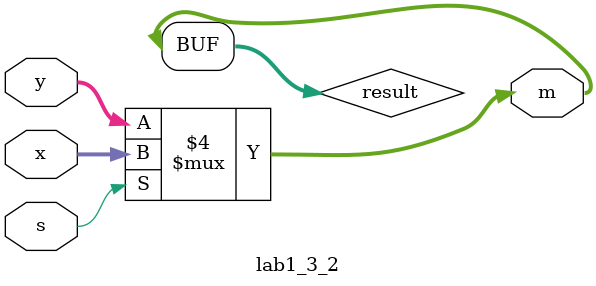
<source format=v>
`timescale 1ns / 1ps


module lab1_3_2(
    input [1:0] x,
    input [1:0] y,
    input s,
     output [1:0] m
    );
    
    reg [0:1] result;
    always @ (x or y or s)
    begin
    if(s==0)
        result=y;
    else
        result=x;
    end
    
    assign m = result;
    
endmodule

</source>
